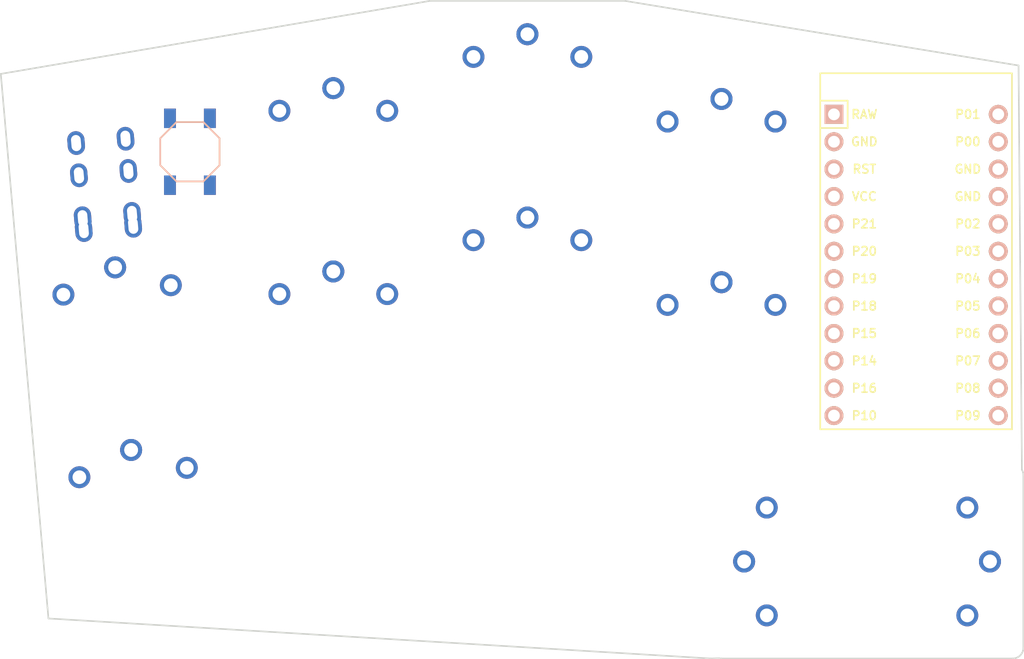
<source format=kicad_pcb>

            
(kicad_pcb (version 20171130) (host pcbnew 5.1.6)

  (page A3)
  (title_block
    (title KEYBOARD_NAME_HERE)
    (rev VERSION_HERE)
    (company YOUR_NAME_HERE)
  )

  (general
    (thickness 1.6)
  )

  (layers
    (0 F.Cu signal)
    (31 B.Cu signal)
    (32 B.Adhes user)
    (33 F.Adhes user)
    (34 B.Paste user)
    (35 F.Paste user)
    (36 B.SilkS user)
    (37 F.SilkS user)
    (38 B.Mask user)
    (39 F.Mask user)
    (40 Dwgs.User user)
    (41 Cmts.User user)
    (42 Eco1.User user)
    (43 Eco2.User user)
    (44 Edge.Cuts user)
    (45 Margin user)
    (46 B.CrtYd user)
    (47 F.CrtYd user)
    (48 B.Fab user)
    (49 F.Fab user)
  )

  (setup
    (last_trace_width 0.25)
    (trace_clearance 0.2)
    (zone_clearance 0.508)
    (zone_45_only no)
    (trace_min 0.2)
    (via_size 0.8)
    (via_drill 0.4)
    (via_min_size 0.4)
    (via_min_drill 0.3)
    (uvia_size 0.3)
    (uvia_drill 0.1)
    (uvias_allowed no)
    (uvia_min_size 0.2)
    (uvia_min_drill 0.1)
    (edge_width 0.05)
    (segment_width 0.2)
    (pcb_text_width 0.3)
    (pcb_text_size 1.5 1.5)
    (mod_edge_width 0.12)
    (mod_text_size 1 1)
    (mod_text_width 0.15)
    (pad_size 1.524 1.524)
    (pad_drill 0.762)
    (pad_to_mask_clearance 0.05)
    (aux_axis_origin 0 0)
    (visible_elements FFFFFF7F)
    (pcbplotparams
      (layerselection 0x010fc_ffffffff)
      (usegerberextensions false)
      (usegerberattributes true)
      (usegerberadvancedattributes true)
      (creategerberjobfile true)
      (excludeedgelayer true)
      (linewidth 0.100000)
      (plotframeref false)
      (viasonmask false)
      (mode 1)
      (useauxorigin false)
      (hpglpennumber 1)
      (hpglpenspeed 20)
      (hpglpendiameter 15.000000)
      (psnegative false)
      (psa4output false)
      (plotreference true)
      (plotvalue true)
      (plotinvisibletext false)
      (padsonsilk false)
      (subtractmaskfromsilk false)
      (outputformat 1)
      (mirror false)
      (drillshape 1)
      (scaleselection 1)
      (outputdirectory ""))
  )

            (net 0 "")
(net 1 "P1")
(net 2 "GND")
(net 3 "P2")
(net 4 "P3")
(net 5 "P4")
(net 6 "P5")
(net 7 "P6")
(net 8 "P7")
(net 9 "P8")
(net 10 "P10")
(net 11 "P9")
(net 12 "RAW")
(net 13 "RST")
(net 14 "VCC")
(net 15 "P21")
(net 16 "P20")
(net 17 "P19")
(net 18 "P18")
(net 19 "P15")
(net 20 "P14")
(net 21 "P16")
(net 22 "P0")
            
  (net_class Default "This is the default net class."
    (clearance 0.2)
    (trace_width 0.25)
    (via_dia 0.8)
    (via_drill 0.4)
    (uvia_dia 0.3)
    (uvia_drill 0.1)
    (add_net "")
(add_net "P1")
(add_net "GND")
(add_net "P2")
(add_net "P3")
(add_net "P4")
(add_net "P5")
(add_net "P6")
(add_net "P7")
(add_net "P8")
(add_net "P10")
(add_net "P9")
(add_net "RAW")
(add_net "RST")
(add_net "VCC")
(add_net "P21")
(add_net "P20")
(add_net "P19")
(add_net "P18")
(add_net "P15")
(add_net "P14")
(add_net "P16")
(add_net "P0")
  )

            
        
      (module PG1350 (layer F.Cu) (tedit 5DD50112)
      (at 17.9315046 -1.5688034 5)

      
      (fp_text reference "S1" (at 0 0) (layer F.SilkS) hide (effects (font (size 1.27 1.27) (thickness 0.15))))
      (fp_text value "" (at 0 0) (layer F.SilkS) hide (effects (font (size 1.27 1.27) (thickness 0.15))))

      
      (fp_line (start -7 -6) (end -7 -7) (layer Dwgs.User) (width 0.15))
      (fp_line (start -7 7) (end -6 7) (layer Dwgs.User) (width 0.15))
      (fp_line (start -6 -7) (end -7 -7) (layer Dwgs.User) (width 0.15))
      (fp_line (start -7 7) (end -7 6) (layer Dwgs.User) (width 0.15))
      (fp_line (start 7 6) (end 7 7) (layer Dwgs.User) (width 0.15))
      (fp_line (start 7 -7) (end 6 -7) (layer Dwgs.User) (width 0.15))
      (fp_line (start 6 7) (end 7 7) (layer Dwgs.User) (width 0.15))
      (fp_line (start 7 -7) (end 7 -6) (layer Dwgs.User) (width 0.15))      
      
      
      (pad "" np_thru_hole circle (at 0 0) (size 3.429 3.429) (drill 3.429) (layers *.Cu *.Mask))
        
      
      (pad "" np_thru_hole circle (at 5.5 0) (size 1.7018 1.7018) (drill 1.7018) (layers *.Cu *.Mask))
      (pad "" np_thru_hole circle (at -5.5 0) (size 1.7018 1.7018) (drill 1.7018) (layers *.Cu *.Mask))
      
        
      
      (fp_line (start -9 -8.5) (end 9 -8.5) (layer Dwgs.User) (width 0.15))
      (fp_line (start 9 -8.5) (end 9 8.5) (layer Dwgs.User) (width 0.15))
      (fp_line (start 9 8.5) (end -9 8.5) (layer Dwgs.User) (width 0.15))
      (fp_line (start -9 8.5) (end -9 -8.5) (layer Dwgs.User) (width 0.15))
      
        
            
            (pad 1 thru_hole circle (at 5 -3.8) (size 2.032 2.032) (drill 1.27) (layers *.Cu *.Mask) (net 1 "P1"))
            (pad 2 thru_hole circle (at 0 -5.9) (size 2.032 2.032) (drill 1.27) (layers *.Cu *.Mask) (net 2 "GND"))
          
        
            
            (pad 1 thru_hole circle (at -5 -3.8) (size 2.032 2.032) (drill 1.27) (layers *.Cu *.Mask) (net 1 "P1"))
            (pad 2 thru_hole circle (at -0 -5.9) (size 2.032 2.032) (drill 1.27) (layers *.Cu *.Mask) (net 2 "GND"))
          )
        

        
      (module PG1350 (layer F.Cu) (tedit 5DD50112)
      (at 16.4498569 -18.5041132 5)

      
      (fp_text reference "S2" (at 0 0) (layer F.SilkS) hide (effects (font (size 1.27 1.27) (thickness 0.15))))
      (fp_text value "" (at 0 0) (layer F.SilkS) hide (effects (font (size 1.27 1.27) (thickness 0.15))))

      
      (fp_line (start -7 -6) (end -7 -7) (layer Dwgs.User) (width 0.15))
      (fp_line (start -7 7) (end -6 7) (layer Dwgs.User) (width 0.15))
      (fp_line (start -6 -7) (end -7 -7) (layer Dwgs.User) (width 0.15))
      (fp_line (start -7 7) (end -7 6) (layer Dwgs.User) (width 0.15))
      (fp_line (start 7 6) (end 7 7) (layer Dwgs.User) (width 0.15))
      (fp_line (start 7 -7) (end 6 -7) (layer Dwgs.User) (width 0.15))
      (fp_line (start 6 7) (end 7 7) (layer Dwgs.User) (width 0.15))
      (fp_line (start 7 -7) (end 7 -6) (layer Dwgs.User) (width 0.15))      
      
      
      (pad "" np_thru_hole circle (at 0 0) (size 3.429 3.429) (drill 3.429) (layers *.Cu *.Mask))
        
      
      (pad "" np_thru_hole circle (at 5.5 0) (size 1.7018 1.7018) (drill 1.7018) (layers *.Cu *.Mask))
      (pad "" np_thru_hole circle (at -5.5 0) (size 1.7018 1.7018) (drill 1.7018) (layers *.Cu *.Mask))
      
        
      
      (fp_line (start -9 -8.5) (end 9 -8.5) (layer Dwgs.User) (width 0.15))
      (fp_line (start 9 -8.5) (end 9 8.5) (layer Dwgs.User) (width 0.15))
      (fp_line (start 9 8.5) (end -9 8.5) (layer Dwgs.User) (width 0.15))
      (fp_line (start -9 8.5) (end -9 -8.5) (layer Dwgs.User) (width 0.15))
      
        
            
            (pad 1 thru_hole circle (at 5 -3.8) (size 2.032 2.032) (drill 1.27) (layers *.Cu *.Mask) (net 3 "P2"))
            (pad 2 thru_hole circle (at 0 -5.9) (size 2.032 2.032) (drill 1.27) (layers *.Cu *.Mask) (net 2 "GND"))
          
        
            
            (pad 1 thru_hole circle (at -5 -3.8) (size 2.032 2.032) (drill 1.27) (layers *.Cu *.Mask) (net 3 "P2"))
            (pad 2 thru_hole circle (at -0 -5.9) (size 2.032 2.032) (drill 1.27) (layers *.Cu *.Mask) (net 2 "GND"))
          )
        

        
      (module PG1350 (layer F.Cu) (tedit 5DD50112)
      (at 36.1701399 -18.1031537 0)

      
      (fp_text reference "S3" (at 0 0) (layer F.SilkS) hide (effects (font (size 1.27 1.27) (thickness 0.15))))
      (fp_text value "" (at 0 0) (layer F.SilkS) hide (effects (font (size 1.27 1.27) (thickness 0.15))))

      
      (fp_line (start -7 -6) (end -7 -7) (layer Dwgs.User) (width 0.15))
      (fp_line (start -7 7) (end -6 7) (layer Dwgs.User) (width 0.15))
      (fp_line (start -6 -7) (end -7 -7) (layer Dwgs.User) (width 0.15))
      (fp_line (start -7 7) (end -7 6) (layer Dwgs.User) (width 0.15))
      (fp_line (start 7 6) (end 7 7) (layer Dwgs.User) (width 0.15))
      (fp_line (start 7 -7) (end 6 -7) (layer Dwgs.User) (width 0.15))
      (fp_line (start 6 7) (end 7 7) (layer Dwgs.User) (width 0.15))
      (fp_line (start 7 -7) (end 7 -6) (layer Dwgs.User) (width 0.15))      
      
      
      (pad "" np_thru_hole circle (at 0 0) (size 3.429 3.429) (drill 3.429) (layers *.Cu *.Mask))
        
      
      (pad "" np_thru_hole circle (at 5.5 0) (size 1.7018 1.7018) (drill 1.7018) (layers *.Cu *.Mask))
      (pad "" np_thru_hole circle (at -5.5 0) (size 1.7018 1.7018) (drill 1.7018) (layers *.Cu *.Mask))
      
        
      
      (fp_line (start -9 -8.5) (end 9 -8.5) (layer Dwgs.User) (width 0.15))
      (fp_line (start 9 -8.5) (end 9 8.5) (layer Dwgs.User) (width 0.15))
      (fp_line (start 9 8.5) (end -9 8.5) (layer Dwgs.User) (width 0.15))
      (fp_line (start -9 8.5) (end -9 -8.5) (layer Dwgs.User) (width 0.15))
      
        
            
            (pad 1 thru_hole circle (at 5 -3.8) (size 2.032 2.032) (drill 1.27) (layers *.Cu *.Mask) (net 4 "P3"))
            (pad 2 thru_hole circle (at 0 -5.9) (size 2.032 2.032) (drill 1.27) (layers *.Cu *.Mask) (net 2 "GND"))
          
        
            
            (pad 1 thru_hole circle (at -5 -3.8) (size 2.032 2.032) (drill 1.27) (layers *.Cu *.Mask) (net 4 "P3"))
            (pad 2 thru_hole circle (at -0 -5.9) (size 2.032 2.032) (drill 1.27) (layers *.Cu *.Mask) (net 2 "GND"))
          )
        

        
      (module PG1350 (layer F.Cu) (tedit 5DD50112)
      (at 36.17014 -35.1031538 0)

      
      (fp_text reference "S4" (at 0 0) (layer F.SilkS) hide (effects (font (size 1.27 1.27) (thickness 0.15))))
      (fp_text value "" (at 0 0) (layer F.SilkS) hide (effects (font (size 1.27 1.27) (thickness 0.15))))

      
      (fp_line (start -7 -6) (end -7 -7) (layer Dwgs.User) (width 0.15))
      (fp_line (start -7 7) (end -6 7) (layer Dwgs.User) (width 0.15))
      (fp_line (start -6 -7) (end -7 -7) (layer Dwgs.User) (width 0.15))
      (fp_line (start -7 7) (end -7 6) (layer Dwgs.User) (width 0.15))
      (fp_line (start 7 6) (end 7 7) (layer Dwgs.User) (width 0.15))
      (fp_line (start 7 -7) (end 6 -7) (layer Dwgs.User) (width 0.15))
      (fp_line (start 6 7) (end 7 7) (layer Dwgs.User) (width 0.15))
      (fp_line (start 7 -7) (end 7 -6) (layer Dwgs.User) (width 0.15))      
      
      
      (pad "" np_thru_hole circle (at 0 0) (size 3.429 3.429) (drill 3.429) (layers *.Cu *.Mask))
        
      
      (pad "" np_thru_hole circle (at 5.5 0) (size 1.7018 1.7018) (drill 1.7018) (layers *.Cu *.Mask))
      (pad "" np_thru_hole circle (at -5.5 0) (size 1.7018 1.7018) (drill 1.7018) (layers *.Cu *.Mask))
      
        
      
      (fp_line (start -9 -8.5) (end 9 -8.5) (layer Dwgs.User) (width 0.15))
      (fp_line (start 9 -8.5) (end 9 8.5) (layer Dwgs.User) (width 0.15))
      (fp_line (start 9 8.5) (end -9 8.5) (layer Dwgs.User) (width 0.15))
      (fp_line (start -9 8.5) (end -9 -8.5) (layer Dwgs.User) (width 0.15))
      
        
            
            (pad 1 thru_hole circle (at 5 -3.8) (size 2.032 2.032) (drill 1.27) (layers *.Cu *.Mask) (net 5 "P4"))
            (pad 2 thru_hole circle (at 0 -5.9) (size 2.032 2.032) (drill 1.27) (layers *.Cu *.Mask) (net 2 "GND"))
          
        
            
            (pad 1 thru_hole circle (at -5 -3.8) (size 2.032 2.032) (drill 1.27) (layers *.Cu *.Mask) (net 5 "P4"))
            (pad 2 thru_hole circle (at -0 -5.9) (size 2.032 2.032) (drill 1.27) (layers *.Cu *.Mask) (net 2 "GND"))
          )
        

        
      (module PG1350 (layer F.Cu) (tedit 5DD50112)
      (at 54.17014 -23.1031538 0)

      
      (fp_text reference "S5" (at 0 0) (layer F.SilkS) hide (effects (font (size 1.27 1.27) (thickness 0.15))))
      (fp_text value "" (at 0 0) (layer F.SilkS) hide (effects (font (size 1.27 1.27) (thickness 0.15))))

      
      (fp_line (start -7 -6) (end -7 -7) (layer Dwgs.User) (width 0.15))
      (fp_line (start -7 7) (end -6 7) (layer Dwgs.User) (width 0.15))
      (fp_line (start -6 -7) (end -7 -7) (layer Dwgs.User) (width 0.15))
      (fp_line (start -7 7) (end -7 6) (layer Dwgs.User) (width 0.15))
      (fp_line (start 7 6) (end 7 7) (layer Dwgs.User) (width 0.15))
      (fp_line (start 7 -7) (end 6 -7) (layer Dwgs.User) (width 0.15))
      (fp_line (start 6 7) (end 7 7) (layer Dwgs.User) (width 0.15))
      (fp_line (start 7 -7) (end 7 -6) (layer Dwgs.User) (width 0.15))      
      
      
      (pad "" np_thru_hole circle (at 0 0) (size 3.429 3.429) (drill 3.429) (layers *.Cu *.Mask))
        
      
      (pad "" np_thru_hole circle (at 5.5 0) (size 1.7018 1.7018) (drill 1.7018) (layers *.Cu *.Mask))
      (pad "" np_thru_hole circle (at -5.5 0) (size 1.7018 1.7018) (drill 1.7018) (layers *.Cu *.Mask))
      
        
      
      (fp_line (start -9 -8.5) (end 9 -8.5) (layer Dwgs.User) (width 0.15))
      (fp_line (start 9 -8.5) (end 9 8.5) (layer Dwgs.User) (width 0.15))
      (fp_line (start 9 8.5) (end -9 8.5) (layer Dwgs.User) (width 0.15))
      (fp_line (start -9 8.5) (end -9 -8.5) (layer Dwgs.User) (width 0.15))
      
        
            
            (pad 1 thru_hole circle (at 5 -3.8) (size 2.032 2.032) (drill 1.27) (layers *.Cu *.Mask) (net 6 "P5"))
            (pad 2 thru_hole circle (at 0 -5.9) (size 2.032 2.032) (drill 1.27) (layers *.Cu *.Mask) (net 2 "GND"))
          
        
            
            (pad 1 thru_hole circle (at -5 -3.8) (size 2.032 2.032) (drill 1.27) (layers *.Cu *.Mask) (net 6 "P5"))
            (pad 2 thru_hole circle (at -0 -5.9) (size 2.032 2.032) (drill 1.27) (layers *.Cu *.Mask) (net 2 "GND"))
          )
        

        
      (module PG1350 (layer F.Cu) (tedit 5DD50112)
      (at 54.17014 -40.1031537 0)

      
      (fp_text reference "S6" (at 0 0) (layer F.SilkS) hide (effects (font (size 1.27 1.27) (thickness 0.15))))
      (fp_text value "" (at 0 0) (layer F.SilkS) hide (effects (font (size 1.27 1.27) (thickness 0.15))))

      
      (fp_line (start -7 -6) (end -7 -7) (layer Dwgs.User) (width 0.15))
      (fp_line (start -7 7) (end -6 7) (layer Dwgs.User) (width 0.15))
      (fp_line (start -6 -7) (end -7 -7) (layer Dwgs.User) (width 0.15))
      (fp_line (start -7 7) (end -7 6) (layer Dwgs.User) (width 0.15))
      (fp_line (start 7 6) (end 7 7) (layer Dwgs.User) (width 0.15))
      (fp_line (start 7 -7) (end 6 -7) (layer Dwgs.User) (width 0.15))
      (fp_line (start 6 7) (end 7 7) (layer Dwgs.User) (width 0.15))
      (fp_line (start 7 -7) (end 7 -6) (layer Dwgs.User) (width 0.15))      
      
      
      (pad "" np_thru_hole circle (at 0 0) (size 3.429 3.429) (drill 3.429) (layers *.Cu *.Mask))
        
      
      (pad "" np_thru_hole circle (at 5.5 0) (size 1.7018 1.7018) (drill 1.7018) (layers *.Cu *.Mask))
      (pad "" np_thru_hole circle (at -5.5 0) (size 1.7018 1.7018) (drill 1.7018) (layers *.Cu *.Mask))
      
        
      
      (fp_line (start -9 -8.5) (end 9 -8.5) (layer Dwgs.User) (width 0.15))
      (fp_line (start 9 -8.5) (end 9 8.5) (layer Dwgs.User) (width 0.15))
      (fp_line (start 9 8.5) (end -9 8.5) (layer Dwgs.User) (width 0.15))
      (fp_line (start -9 8.5) (end -9 -8.5) (layer Dwgs.User) (width 0.15))
      
        
            
            (pad 1 thru_hole circle (at 5 -3.8) (size 2.032 2.032) (drill 1.27) (layers *.Cu *.Mask) (net 7 "P6"))
            (pad 2 thru_hole circle (at 0 -5.9) (size 2.032 2.032) (drill 1.27) (layers *.Cu *.Mask) (net 2 "GND"))
          
        
            
            (pad 1 thru_hole circle (at -5 -3.8) (size 2.032 2.032) (drill 1.27) (layers *.Cu *.Mask) (net 7 "P6"))
            (pad 2 thru_hole circle (at -0 -5.9) (size 2.032 2.032) (drill 1.27) (layers *.Cu *.Mask) (net 2 "GND"))
          )
        

        
      (module PG1350 (layer F.Cu) (tedit 5DD50112)
      (at 72.17014 -17.1031537 0)

      
      (fp_text reference "S7" (at 0 0) (layer F.SilkS) hide (effects (font (size 1.27 1.27) (thickness 0.15))))
      (fp_text value "" (at 0 0) (layer F.SilkS) hide (effects (font (size 1.27 1.27) (thickness 0.15))))

      
      (fp_line (start -7 -6) (end -7 -7) (layer Dwgs.User) (width 0.15))
      (fp_line (start -7 7) (end -6 7) (layer Dwgs.User) (width 0.15))
      (fp_line (start -6 -7) (end -7 -7) (layer Dwgs.User) (width 0.15))
      (fp_line (start -7 7) (end -7 6) (layer Dwgs.User) (width 0.15))
      (fp_line (start 7 6) (end 7 7) (layer Dwgs.User) (width 0.15))
      (fp_line (start 7 -7) (end 6 -7) (layer Dwgs.User) (width 0.15))
      (fp_line (start 6 7) (end 7 7) (layer Dwgs.User) (width 0.15))
      (fp_line (start 7 -7) (end 7 -6) (layer Dwgs.User) (width 0.15))      
      
      
      (pad "" np_thru_hole circle (at 0 0) (size 3.429 3.429) (drill 3.429) (layers *.Cu *.Mask))
        
      
      (pad "" np_thru_hole circle (at 5.5 0) (size 1.7018 1.7018) (drill 1.7018) (layers *.Cu *.Mask))
      (pad "" np_thru_hole circle (at -5.5 0) (size 1.7018 1.7018) (drill 1.7018) (layers *.Cu *.Mask))
      
        
      
      (fp_line (start -9 -8.5) (end 9 -8.5) (layer Dwgs.User) (width 0.15))
      (fp_line (start 9 -8.5) (end 9 8.5) (layer Dwgs.User) (width 0.15))
      (fp_line (start 9 8.5) (end -9 8.5) (layer Dwgs.User) (width 0.15))
      (fp_line (start -9 8.5) (end -9 -8.5) (layer Dwgs.User) (width 0.15))
      
        
            
            (pad 1 thru_hole circle (at 5 -3.8) (size 2.032 2.032) (drill 1.27) (layers *.Cu *.Mask) (net 8 "P7"))
            (pad 2 thru_hole circle (at 0 -5.9) (size 2.032 2.032) (drill 1.27) (layers *.Cu *.Mask) (net 2 "GND"))
          
        
            
            (pad 1 thru_hole circle (at -5 -3.8) (size 2.032 2.032) (drill 1.27) (layers *.Cu *.Mask) (net 8 "P7"))
            (pad 2 thru_hole circle (at -0 -5.9) (size 2.032 2.032) (drill 1.27) (layers *.Cu *.Mask) (net 2 "GND"))
          )
        

        
      (module PG1350 (layer F.Cu) (tedit 5DD50112)
      (at 72.17014 -34.1031537 0)

      
      (fp_text reference "S8" (at 0 0) (layer F.SilkS) hide (effects (font (size 1.27 1.27) (thickness 0.15))))
      (fp_text value "" (at 0 0) (layer F.SilkS) hide (effects (font (size 1.27 1.27) (thickness 0.15))))

      
      (fp_line (start -7 -6) (end -7 -7) (layer Dwgs.User) (width 0.15))
      (fp_line (start -7 7) (end -6 7) (layer Dwgs.User) (width 0.15))
      (fp_line (start -6 -7) (end -7 -7) (layer Dwgs.User) (width 0.15))
      (fp_line (start -7 7) (end -7 6) (layer Dwgs.User) (width 0.15))
      (fp_line (start 7 6) (end 7 7) (layer Dwgs.User) (width 0.15))
      (fp_line (start 7 -7) (end 6 -7) (layer Dwgs.User) (width 0.15))
      (fp_line (start 6 7) (end 7 7) (layer Dwgs.User) (width 0.15))
      (fp_line (start 7 -7) (end 7 -6) (layer Dwgs.User) (width 0.15))      
      
      
      (pad "" np_thru_hole circle (at 0 0) (size 3.429 3.429) (drill 3.429) (layers *.Cu *.Mask))
        
      
      (pad "" np_thru_hole circle (at 5.5 0) (size 1.7018 1.7018) (drill 1.7018) (layers *.Cu *.Mask))
      (pad "" np_thru_hole circle (at -5.5 0) (size 1.7018 1.7018) (drill 1.7018) (layers *.Cu *.Mask))
      
        
      
      (fp_line (start -9 -8.5) (end 9 -8.5) (layer Dwgs.User) (width 0.15))
      (fp_line (start 9 -8.5) (end 9 8.5) (layer Dwgs.User) (width 0.15))
      (fp_line (start 9 8.5) (end -9 8.5) (layer Dwgs.User) (width 0.15))
      (fp_line (start -9 8.5) (end -9 -8.5) (layer Dwgs.User) (width 0.15))
      
        
            
            (pad 1 thru_hole circle (at 5 -3.8) (size 2.032 2.032) (drill 1.27) (layers *.Cu *.Mask) (net 9 "P8"))
            (pad 2 thru_hole circle (at 0 -5.9) (size 2.032 2.032) (drill 1.27) (layers *.Cu *.Mask) (net 2 "GND"))
          
        
            
            (pad 1 thru_hole circle (at -5 -3.8) (size 2.032 2.032) (drill 1.27) (layers *.Cu *.Mask) (net 9 "P8"))
            (pad 2 thru_hole circle (at -0 -5.9) (size 2.032 2.032) (drill 1.27) (layers *.Cu *.Mask) (net 2 "GND"))
          )
        

        
      (module PG1350 (layer F.Cu) (tedit 5DD50112)
      (at 80.17014 2.8968463 90)

      
      (fp_text reference "S9" (at 0 0) (layer F.SilkS) hide (effects (font (size 1.27 1.27) (thickness 0.15))))
      (fp_text value "" (at 0 0) (layer F.SilkS) hide (effects (font (size 1.27 1.27) (thickness 0.15))))

      
      (fp_line (start -7 -6) (end -7 -7) (layer Dwgs.User) (width 0.15))
      (fp_line (start -7 7) (end -6 7) (layer Dwgs.User) (width 0.15))
      (fp_line (start -6 -7) (end -7 -7) (layer Dwgs.User) (width 0.15))
      (fp_line (start -7 7) (end -7 6) (layer Dwgs.User) (width 0.15))
      (fp_line (start 7 6) (end 7 7) (layer Dwgs.User) (width 0.15))
      (fp_line (start 7 -7) (end 6 -7) (layer Dwgs.User) (width 0.15))
      (fp_line (start 6 7) (end 7 7) (layer Dwgs.User) (width 0.15))
      (fp_line (start 7 -7) (end 7 -6) (layer Dwgs.User) (width 0.15))      
      
      
      (pad "" np_thru_hole circle (at 0 0) (size 3.429 3.429) (drill 3.429) (layers *.Cu *.Mask))
        
      
      (pad "" np_thru_hole circle (at 5.5 0) (size 1.7018 1.7018) (drill 1.7018) (layers *.Cu *.Mask))
      (pad "" np_thru_hole circle (at -5.5 0) (size 1.7018 1.7018) (drill 1.7018) (layers *.Cu *.Mask))
      
        
      
      (fp_line (start -9 -8.5) (end 9 -8.5) (layer Dwgs.User) (width 0.15))
      (fp_line (start 9 -8.5) (end 9 8.5) (layer Dwgs.User) (width 0.15))
      (fp_line (start 9 8.5) (end -9 8.5) (layer Dwgs.User) (width 0.15))
      (fp_line (start -9 8.5) (end -9 -8.5) (layer Dwgs.User) (width 0.15))
      
        
            
            (pad 1 thru_hole circle (at 5 -3.8) (size 2.032 2.032) (drill 1.27) (layers *.Cu *.Mask) (net 10 "P10"))
            (pad 2 thru_hole circle (at 0 -5.9) (size 2.032 2.032) (drill 1.27) (layers *.Cu *.Mask) (net 2 "GND"))
          
        
            
            (pad 1 thru_hole circle (at -5 -3.8) (size 2.032 2.032) (drill 1.27) (layers *.Cu *.Mask) (net 10 "P10"))
            (pad 2 thru_hole circle (at -0 -5.9) (size 2.032 2.032) (drill 1.27) (layers *.Cu *.Mask) (net 2 "GND"))
          )
        

        
      (module PG1350 (layer F.Cu) (tedit 5DD50112)
      (at 91.17014 2.8968463 -90)

      
      (fp_text reference "S10" (at 0 0) (layer F.SilkS) hide (effects (font (size 1.27 1.27) (thickness 0.15))))
      (fp_text value "" (at 0 0) (layer F.SilkS) hide (effects (font (size 1.27 1.27) (thickness 0.15))))

      
      (fp_line (start -7 -6) (end -7 -7) (layer Dwgs.User) (width 0.15))
      (fp_line (start -7 7) (end -6 7) (layer Dwgs.User) (width 0.15))
      (fp_line (start -6 -7) (end -7 -7) (layer Dwgs.User) (width 0.15))
      (fp_line (start -7 7) (end -7 6) (layer Dwgs.User) (width 0.15))
      (fp_line (start 7 6) (end 7 7) (layer Dwgs.User) (width 0.15))
      (fp_line (start 7 -7) (end 6 -7) (layer Dwgs.User) (width 0.15))
      (fp_line (start 6 7) (end 7 7) (layer Dwgs.User) (width 0.15))
      (fp_line (start 7 -7) (end 7 -6) (layer Dwgs.User) (width 0.15))      
      
      
      (pad "" np_thru_hole circle (at 0 0) (size 3.429 3.429) (drill 3.429) (layers *.Cu *.Mask))
        
      
      (pad "" np_thru_hole circle (at 5.5 0) (size 1.7018 1.7018) (drill 1.7018) (layers *.Cu *.Mask))
      (pad "" np_thru_hole circle (at -5.5 0) (size 1.7018 1.7018) (drill 1.7018) (layers *.Cu *.Mask))
      
        
      
      (fp_line (start -9 -8.5) (end 9 -8.5) (layer Dwgs.User) (width 0.15))
      (fp_line (start 9 -8.5) (end 9 8.5) (layer Dwgs.User) (width 0.15))
      (fp_line (start 9 8.5) (end -9 8.5) (layer Dwgs.User) (width 0.15))
      (fp_line (start -9 8.5) (end -9 -8.5) (layer Dwgs.User) (width 0.15))
      
        
            
            (pad 1 thru_hole circle (at 5 -3.8) (size 2.032 2.032) (drill 1.27) (layers *.Cu *.Mask) (net 11 "P9"))
            (pad 2 thru_hole circle (at 0 -5.9) (size 2.032 2.032) (drill 1.27) (layers *.Cu *.Mask) (net 2 "GND"))
          
        
            
            (pad 1 thru_hole circle (at -5 -3.8) (size 2.032 2.032) (drill 1.27) (layers *.Cu *.Mask) (net 11 "P9"))
            (pad 2 thru_hole circle (at -0 -5.9) (size 2.032 2.032) (drill 1.27) (layers *.Cu *.Mask) (net 2 "GND"))
          )
        

        
      (module ProMicro (layer F.Cu) (tedit 5B307E4C)
      (at 90.22014 -24.6031537 -90)

      
      (fp_text reference "MCU1" (at 0 0) (layer F.SilkS) hide (effects (font (size 1.27 1.27) (thickness 0.15))))
      (fp_text value "" (at 0 0) (layer F.SilkS) hide (effects (font (size 1.27 1.27) (thickness 0.15))))
    
      
      (fp_line (start -19.304 -3.81) (end -14.224 -3.81) (layer Dwgs.User) (width 0.15))
      (fp_line (start -19.304 3.81) (end -19.304 -3.81) (layer Dwgs.User) (width 0.15))
      (fp_line (start -14.224 3.81) (end -19.304 3.81) (layer Dwgs.User) (width 0.15))
      (fp_line (start -14.224 -3.81) (end -14.224 3.81) (layer Dwgs.User) (width 0.15))
    
      
      (fp_line (start -17.78 8.89) (end 15.24 8.89) (layer F.SilkS) (width 0.15))
      (fp_line (start 15.24 8.89) (end 15.24 -8.89) (layer F.SilkS) (width 0.15))
      (fp_line (start 15.24 -8.89) (end -17.78 -8.89) (layer F.SilkS) (width 0.15))
      (fp_line (start -17.78 -8.89) (end -17.78 8.89) (layer F.SilkS) (width 0.15))
      
        
        
        (fp_line (start -15.24 6.35) (end -12.7 6.35) (layer F.SilkS) (width 0.15))
        (fp_line (start -15.24 6.35) (end -15.24 8.89) (layer F.SilkS) (width 0.15))
        (fp_line (start -12.7 6.35) (end -12.7 8.89) (layer F.SilkS) (width 0.15))
      
        
        (fp_text user RAW (at -13.97 4.8 0) (layer F.SilkS) (effects (font (size 0.8 0.8) (thickness 0.15))))
        (fp_text user GND (at -11.43 4.8 0) (layer F.SilkS) (effects (font (size 0.8 0.8) (thickness 0.15))))
        (fp_text user RST (at -8.89 4.8 0) (layer F.SilkS) (effects (font (size 0.8 0.8) (thickness 0.15))))
        (fp_text user VCC (at -6.35 4.8 0) (layer F.SilkS) (effects (font (size 0.8 0.8) (thickness 0.15))))
        (fp_text user P21 (at -3.81 4.8 0) (layer F.SilkS) (effects (font (size 0.8 0.8) (thickness 0.15))))
        (fp_text user P20 (at -1.27 4.8 0) (layer F.SilkS) (effects (font (size 0.8 0.8) (thickness 0.15))))
        (fp_text user P19 (at 1.27 4.8 0) (layer F.SilkS) (effects (font (size 0.8 0.8) (thickness 0.15))))
        (fp_text user P18 (at 3.81 4.8 0) (layer F.SilkS) (effects (font (size 0.8 0.8) (thickness 0.15))))
        (fp_text user P15 (at 6.35 4.8 0) (layer F.SilkS) (effects (font (size 0.8 0.8) (thickness 0.15))))
        (fp_text user P14 (at 8.89 4.8 0) (layer F.SilkS) (effects (font (size 0.8 0.8) (thickness 0.15))))
        (fp_text user P16 (at 11.43 4.8 0) (layer F.SilkS) (effects (font (size 0.8 0.8) (thickness 0.15))))
        (fp_text user P10 (at 13.97 4.8 0) (layer F.SilkS) (effects (font (size 0.8 0.8) (thickness 0.15))))
      
        (fp_text user P01 (at -13.97 -4.8 0) (layer F.SilkS) (effects (font (size 0.8 0.8) (thickness 0.15))))
        (fp_text user P00 (at -11.43 -4.8 0) (layer F.SilkS) (effects (font (size 0.8 0.8) (thickness 0.15))))
        (fp_text user GND (at -8.89 -4.8 0) (layer F.SilkS) (effects (font (size 0.8 0.8) (thickness 0.15))))
        (fp_text user GND (at -6.35 -4.8 0) (layer F.SilkS) (effects (font (size 0.8 0.8) (thickness 0.15))))
        (fp_text user P02 (at -3.81 -4.8 0) (layer F.SilkS) (effects (font (size 0.8 0.8) (thickness 0.15))))
        (fp_text user P03 (at -1.27 -4.8 0) (layer F.SilkS) (effects (font (size 0.8 0.8) (thickness 0.15))))
        (fp_text user P04 (at 1.27 -4.8 0) (layer F.SilkS) (effects (font (size 0.8 0.8) (thickness 0.15))))
        (fp_text user P05 (at 3.81 -4.8 0) (layer F.SilkS) (effects (font (size 0.8 0.8) (thickness 0.15))))
        (fp_text user P06 (at 6.35 -4.8 0) (layer F.SilkS) (effects (font (size 0.8 0.8) (thickness 0.15))))
        (fp_text user P07 (at 8.89 -4.8 0) (layer F.SilkS) (effects (font (size 0.8 0.8) (thickness 0.15))))
        (fp_text user P08 (at 11.43 -4.8 0) (layer F.SilkS) (effects (font (size 0.8 0.8) (thickness 0.15))))
        (fp_text user P09 (at 13.97 -4.8 0) (layer F.SilkS) (effects (font (size 0.8 0.8) (thickness 0.15))))
      
        
        (pad 1 thru_hole rect (at -13.97 7.62 -90) (size 1.7526 1.7526) (drill 1.0922) (layers *.Cu *.SilkS *.Mask) (net 12 "RAW"))
        (pad 2 thru_hole circle (at -11.43 7.62 0) (size 1.7526 1.7526) (drill 1.0922) (layers *.Cu *.SilkS *.Mask) (net 2 "GND"))
        (pad 3 thru_hole circle (at -8.89 7.62 0) (size 1.7526 1.7526) (drill 1.0922) (layers *.Cu *.SilkS *.Mask) (net 13 "RST"))
        (pad 4 thru_hole circle (at -6.35 7.62 0) (size 1.7526 1.7526) (drill 1.0922) (layers *.Cu *.SilkS *.Mask) (net 14 "VCC"))
        (pad 5 thru_hole circle (at -3.81 7.62 0) (size 1.7526 1.7526) (drill 1.0922) (layers *.Cu *.SilkS *.Mask) (net 15 "P21"))
        (pad 6 thru_hole circle (at -1.27 7.62 0) (size 1.7526 1.7526) (drill 1.0922) (layers *.Cu *.SilkS *.Mask) (net 16 "P20"))
        (pad 7 thru_hole circle (at 1.27 7.62 0) (size 1.7526 1.7526) (drill 1.0922) (layers *.Cu *.SilkS *.Mask) (net 17 "P19"))
        (pad 8 thru_hole circle (at 3.81 7.62 0) (size 1.7526 1.7526) (drill 1.0922) (layers *.Cu *.SilkS *.Mask) (net 18 "P18"))
        (pad 9 thru_hole circle (at 6.35 7.62 0) (size 1.7526 1.7526) (drill 1.0922) (layers *.Cu *.SilkS *.Mask) (net 19 "P15"))
        (pad 10 thru_hole circle (at 8.89 7.62 0) (size 1.7526 1.7526) (drill 1.0922) (layers *.Cu *.SilkS *.Mask) (net 20 "P14"))
        (pad 11 thru_hole circle (at 11.43 7.62 0) (size 1.7526 1.7526) (drill 1.0922) (layers *.Cu *.SilkS *.Mask) (net 21 "P16"))
        (pad 12 thru_hole circle (at 13.97 7.62 0) (size 1.7526 1.7526) (drill 1.0922) (layers *.Cu *.SilkS *.Mask) (net 10 "P10"))
        
        (pad 13 thru_hole circle (at -13.97 -7.62 0) (size 1.7526 1.7526) (drill 1.0922) (layers *.Cu *.SilkS *.Mask) (net 1 "P1"))
        (pad 14 thru_hole circle (at -11.43 -7.62 0) (size 1.7526 1.7526) (drill 1.0922) (layers *.Cu *.SilkS *.Mask) (net 22 "P0"))
        (pad 15 thru_hole circle (at -8.89 -7.62 0) (size 1.7526 1.7526) (drill 1.0922) (layers *.Cu *.SilkS *.Mask) (net 2 "GND"))
        (pad 16 thru_hole circle (at -6.35 -7.62 0) (size 1.7526 1.7526) (drill 1.0922) (layers *.Cu *.SilkS *.Mask) (net 2 "GND"))
        (pad 17 thru_hole circle (at -3.81 -7.62 0) (size 1.7526 1.7526) (drill 1.0922) (layers *.Cu *.SilkS *.Mask) (net 3 "P2"))
        (pad 18 thru_hole circle (at -1.27 -7.62 0) (size 1.7526 1.7526) (drill 1.0922) (layers *.Cu *.SilkS *.Mask) (net 4 "P3"))
        (pad 19 thru_hole circle (at 1.27 -7.62 0) (size 1.7526 1.7526) (drill 1.0922) (layers *.Cu *.SilkS *.Mask) (net 5 "P4"))
        (pad 20 thru_hole circle (at 3.81 -7.62 0) (size 1.7526 1.7526) (drill 1.0922) (layers *.Cu *.SilkS *.Mask) (net 6 "P5"))
        (pad 21 thru_hole circle (at 6.35 -7.62 0) (size 1.7526 1.7526) (drill 1.0922) (layers *.Cu *.SilkS *.Mask) (net 7 "P6"))
        (pad 22 thru_hole circle (at 8.89 -7.62 0) (size 1.7526 1.7526) (drill 1.0922) (layers *.Cu *.SilkS *.Mask) (net 8 "P7"))
        (pad 23 thru_hole circle (at 11.43 -7.62 0) (size 1.7526 1.7526) (drill 1.0922) (layers *.Cu *.SilkS *.Mask) (net 9 "P8"))
        (pad 24 thru_hole circle (at 13.97 -7.62 0) (size 1.7526 1.7526) (drill 1.0922) (layers *.Cu *.SilkS *.Mask) (net 11 "P9"))
      )
        

        
      (module TRRS-PJ-320A-dual (layer F.Cu) (tedit 5970F8E5)

      (at 16.6206913 -39.4988939 5)   

      
      (fp_text reference REF** (at 0 14.2) (layer Dwgs.User) (effects (font (size 1 1) (thickness 0.15))))
      (fp_text value TRRS-PJ-320A-dual (at 0 -5.6) (layer F.Fab) (effects (font (size 1 1) (thickness 0.15))))

      
      (fp_line (start 0.5 -2) (end -5.1 -2) (layer Dwgs.User) (width 0.15))
      (fp_line (start -5.1 0) (end -5.1 -2) (layer Dwgs.User) (width 0.15))
      (fp_line (start 0.5 0) (end 0.5 -2) (layer Dwgs.User) (width 0.15))
      (fp_line (start -5.35 0) (end -5.35 12.1) (layer Dwgs.User) (width 0.15))
      (fp_line (start 0.75 0) (end 0.75 12.1) (layer Dwgs.User) (width 0.15))
      (fp_line (start 0.75 12.1) (end -5.35 12.1) (layer Dwgs.User) (width 0.15))
      (fp_line (start 0.75 0) (end -5.35 0) (layer Dwgs.User) (width 0.15))

      
      (pad "" np_thru_hole circle (at -2.3 8.6) (size 1.5 1.5) (drill 1.5) (layers *.Cu *.Mask))
      (pad "" np_thru_hole circle (at -2.3 1.6) (size 1.5 1.5) (drill 1.5) (layers *.Cu *.Mask))
      
        
        (pad 1 thru_hole oval (at 0 11.3 5) (size 1.6 2.2) (drill oval 0.9 1.5) (layers *.Cu *.Mask) (net 2 "GND"))
        (pad 2 thru_hole oval (at -4.6 10.2 5) (size 1.6 2.2) (drill oval 0.9 1.5) (layers *.Cu *.Mask) (net 2 "GND"))
        (pad 3 thru_hole oval (at -4.6 6.2 5) (size 1.6 2.2) (drill oval 0.9 1.5) (layers *.Cu *.Mask) (net 9 "P8"))
        (pad 4 thru_hole oval (at -4.6 3.2 5) (size 1.6 2.2) (drill oval 0.9 1.5) (layers *.Cu *.Mask) (net 14 "VCC"))
      
        
        (pad 1 thru_hole oval (at -4.6 11.3 5) (size 1.6 2.2) (drill oval 0.9 1.5) (layers *.Cu *.Mask) (net 2 "GND"))
        (pad 2 thru_hole oval (at 0 10.2 5) (size 1.6 2.2) (drill oval 0.9 1.5) (layers *.Cu *.Mask) (net 2 "GND"))
        (pad 3 thru_hole oval (at 0 6.2 5) (size 1.6 2.2) (drill oval 0.9 1.5) (layers *.Cu *.Mask) (net 9 "P8"))
        (pad 4 thru_hole oval (at 0 3.2 5) (size 1.6 2.2) (drill oval 0.9 1.5) (layers *.Cu *.Mask) (net 14 "VCC"))
      )
      

    
    (module E73:SW_TACT_ALPS_SKQGABE010 (layer F.Cu) (tstamp 5BF2CC94)

        (descr "Low-profile SMD Tactile Switch, https://www.e-switch.com/product-catalog/tact/product-lines/tl3342-series-low-profile-smt-tact-switch")
        (tags "SPST Tactile Switch")

        (at 22.870140000000003 -35.1031538 90)
        
        (fp_text reference "B1" (at 0 0) (layer F.SilkS) hide (effects (font (size 1.27 1.27) (thickness 0.15))))
        (fp_text value "" (at 0 0) (layer F.SilkS) hide (effects (font (size 1.27 1.27) (thickness 0.15))))
        
        
        (fp_line (start 2.75 1.25) (end 1.25 2.75) (layer F.SilkS) (width 0.15))
        (fp_line (start 2.75 -1.25) (end 1.25 -2.75) (layer F.SilkS) (width 0.15))
        (fp_line (start 2.75 -1.25) (end 2.75 1.25) (layer F.SilkS) (width 0.15))
        (fp_line (start -1.25 2.75) (end 1.25 2.75) (layer F.SilkS) (width 0.15))
        (fp_line (start -1.25 -2.75) (end 1.25 -2.75) (layer F.SilkS) (width 0.15))
        (fp_line (start -2.75 1.25) (end -1.25 2.75) (layer F.SilkS) (width 0.15))
        (fp_line (start -2.75 -1.25) (end -1.25 -2.75) (layer F.SilkS) (width 0.15))
        (fp_line (start -2.75 -1.25) (end -2.75 1.25) (layer F.SilkS) (width 0.15))
        
        
        (pad 1 smd rect (at -3.1 -1.85 90) (size 1.8 1.1) (layers F.Cu F.Paste F.Mask) (net 13 "RST"))
        (pad 1 smd rect (at 3.1 -1.85 90) (size 1.8 1.1) (layers F.Cu F.Paste F.Mask) (net 13 "RST"))
        (pad 2 smd rect (at -3.1 1.85 90) (size 1.8 1.1) (layers F.Cu F.Paste F.Mask) (net 2 "GND"))
        (pad 2 smd rect (at 3.1 1.85 90) (size 1.8 1.1) (layers F.Cu F.Paste F.Mask) (net 2 "GND"))
    )
    
    

    
    (module E73:SW_TACT_ALPS_SKQGABE010 (layer F.Cu) (tstamp 5BF2CC94)

        (descr "Low-profile SMD Tactile Switch, https://www.e-switch.com/product-catalog/tact/product-lines/tl3342-series-low-profile-smt-tact-switch")
        (tags "SPST Tactile Switch")

        (at 22.870140000000003 -35.1031538 90)
        
        (fp_text reference "B2" (at 0 0) (layer F.SilkS) hide (effects (font (size 1.27 1.27) (thickness 0.15))))
        (fp_text value "" (at 0 0) (layer F.SilkS) hide (effects (font (size 1.27 1.27) (thickness 0.15))))
        
        
        (fp_line (start 2.75 1.25) (end 1.25 2.75) (layer B.SilkS) (width 0.15))
        (fp_line (start 2.75 -1.25) (end 1.25 -2.75) (layer B.SilkS) (width 0.15))
        (fp_line (start 2.75 -1.25) (end 2.75 1.25) (layer B.SilkS) (width 0.15))
        (fp_line (start -1.25 2.75) (end 1.25 2.75) (layer B.SilkS) (width 0.15))
        (fp_line (start -1.25 -2.75) (end 1.25 -2.75) (layer B.SilkS) (width 0.15))
        (fp_line (start -2.75 1.25) (end -1.25 2.75) (layer B.SilkS) (width 0.15))
        (fp_line (start -2.75 -1.25) (end -1.25 -2.75) (layer B.SilkS) (width 0.15))
        (fp_line (start -2.75 -1.25) (end -2.75 1.25) (layer B.SilkS) (width 0.15))
        
        
        (pad 1 smd rect (at -3.1 -1.85 90) (size 1.8 1.1) (layers B.Cu B.Paste B.Mask) (net 13 "RST"))
        (pad 1 smd rect (at 3.1 -1.85 90) (size 1.8 1.1) (layers B.Cu B.Paste B.Mask) (net 13 "RST"))
        (pad 2 smd rect (at -3.1 1.85 90) (size 1.8 1.1) (layers B.Cu B.Paste B.Mask) (net 2 "GND"))
        (pad 2 smd rect (at 3.1 1.85 90) (size 1.8 1.1) (layers B.Cu B.Paste B.Mask) (net 2 "GND"))
    )
    
    
            (gr_line (start 8.2685064 -8.7539593) (end 9.6629983 7.1851559) (angle 90) (layer Edge.Cuts) (width 0.15))
(gr_line (start 45.17014 -49.1031537) (end 63.17014 -49.1031537) (angle 90) (layer Edge.Cuts) (width 0.15))
(gr_arc (start 72.17014 10.8968463) (end 71.9410931 11.8702617) (angle -13.240965112521565) (layer Edge.Cuts) (width 0.15))
(gr_line (start 72.17014 11.8968463) (end 99.17014 11.8968463) (angle 90) (layer Edge.Cuts) (width 0.15))
(gr_arc (start 99.17014 10.8968463) (end 99.17014 11.8968463) (angle -90) (layer Edge.Cuts) (width 0.15))
(gr_line (start 100.17014 10.8968463) (end 100.17014 -5.1031537) (angle 90) (layer Edge.Cuts) (width 0.15))
(gr_arc (start 99.17014 -5.1031537) (end 100.17014 -5.1031537) (angle -30.40734329735911) (layer Edge.Cuts) (width 0.15))
(gr_line (start 71.17014 11.8968463) (end 9.750154 8.1813506) (angle 90) (layer Edge.Cuts) (width 0.15))
(gr_line (start 9.750154 8.1813506) (end 9.6629983 7.1851559) (angle 90) (layer Edge.Cuts) (width 0.15))
(gr_line (start 8.2685064 -8.7539593) (end 8.1813506 -9.750153899999999) (angle 90) (layer Edge.Cuts) (width 0.15))
(gr_line (start 8.1813506 -9.750153899999999) (end 5.331357800000001 -42.3257206) (angle 90) (layer Edge.Cuts) (width 0.15))
(gr_line (start 5.331357800000001 -42.3257206) (end 45.17014 -49.1031537) (angle 90) (layer Edge.Cuts) (width 0.15))
(gr_line (start 63.17014 -49.1031537) (end 99.72014 -43.1031537) (angle 90) (layer Edge.Cuts) (width 0.15))
(gr_line (start 99.72014 -43.1031537) (end 100.0325888 -5.609298) (angle 90) (layer Edge.Cuts) (width 0.15))
(gr_line (start 71.9410931 11.8702617) (end 71.17014 11.8968463) (angle 90) (layer Edge.Cuts) (width 0.15))
            
)

        
</source>
